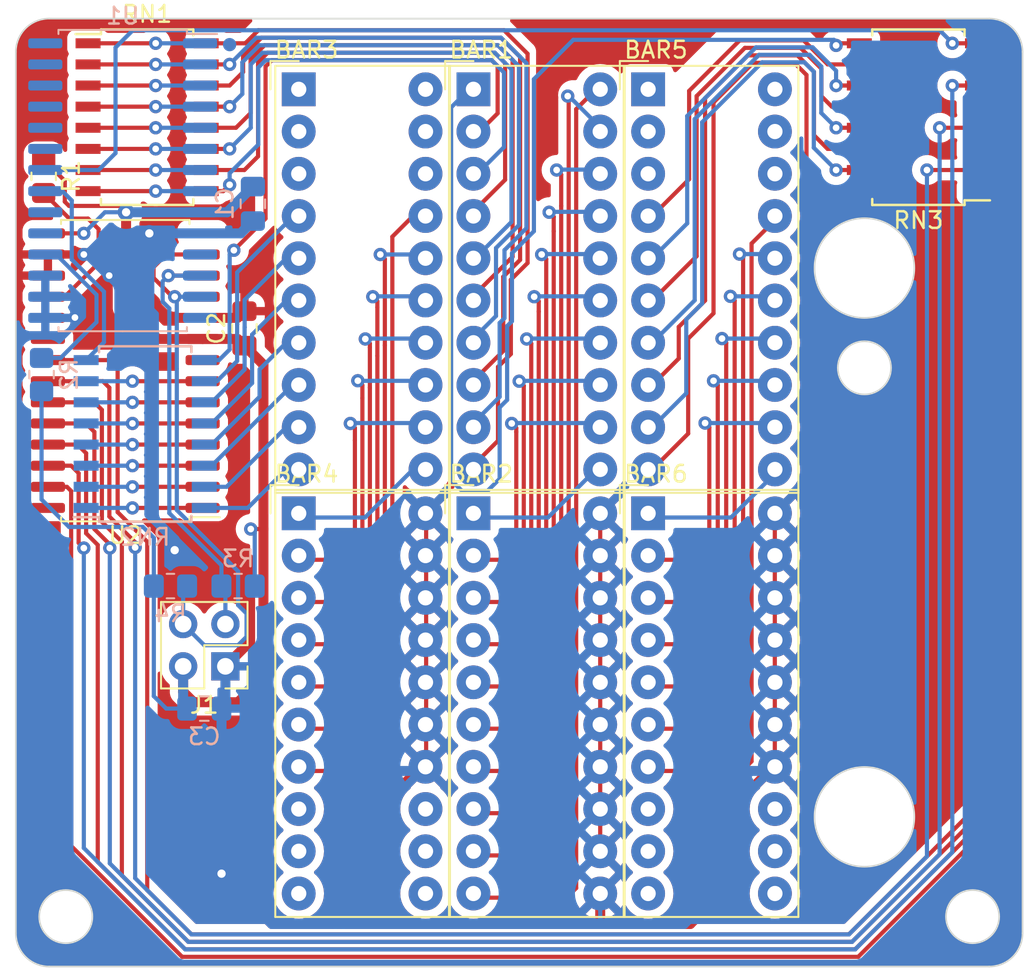
<source format=kicad_pcb>
(kicad_pcb (version 20221018) (generator pcbnew)
  (layers (0 "F.Cu" signal) (31 "B.Cu" signal) (34 "B.Paste" user) (35 "F.Paste" user) (36 "B.SilkS" user "B.Silkscreen") (37 "F.SilkS" user "F.Silkscreen") (38 "B.Mask" user) (39 "F.Mask" user) (44 "Edge.Cuts" user))
  (net 0 "")
  (net 1 "R22")
  (net 2 "R12")
  (net 3 "Net-(RN1-R8.2)")
  (net 4 "Net-(RN1-R7.2)")
  (net 5 "Net-(RN1-R6.2)")
  (net 6 "Net-(RN1-R5.2)")
  (net 7 "Net-(RN1-R4.2)")
  (net 8 "Net-(RN1-R3.2)")
  (net 9 "Net-(RN1-R2.2)")
  (net 10 "Net-(RN1-R1.2)")
  (net 11 "Net-(BAR1-K-Pad11)")
  (net 12 "Net-(BAR1-K-Pad12)")
  (net 13 "Net-(BAR1-K-Pad13)")
  (net 14 "Net-(BAR1-K-Pad14)")
  (net 15 "Net-(BAR1-K-Pad15)")
  (net 16 "Net-(BAR1-K-Pad16)")
  (net 17 "Net-(BAR1-K-Pad17)")
  (net 18 "Net-(BAR1-K-Pad18)")
  (net 19 "Net-(BAR1-K-Pad19)")
  (net 20 "Net-(BAR1-K-Pad20)")
  (net 21 "GND")
  (net 25 "Net-(RN2-R7.2)")
  (net 26 "Net-(RN2-R6.2)")
  (net 27 "Net-(RN2-R5.2)")
  (net 28 "Net-(RN2-R4.2)")
  (net 29 "Net-(RN2-R3.2)")
  (net 30 "Net-(RN2-R2.2)")
  (net 31 "Net-(RN2-R1.2)")
  (net 32 "Net-(BAR3-K-Pad11)")
  (net 33 "Net-(BAR3-K-Pad12)")
  (net 34 "Net-(BAR3-K-Pad13)")
  (net 35 "Net-(BAR3-K-Pad14)")
  (net 36 "Net-(BAR3-K-Pad15)")
  (net 37 "Net-(BAR3-K-Pad16)")
  (net 38 "Net-(BAR3-K-Pad17)")
  (net 51 "Net-(RN3-R7.2)")
  (net 52 "Net-(RN3-R6.2)")
  (net 53 "Net-(RN3-R5.2)")
  (net 54 "Net-(RN3-R4.2)")
  (net 55 "Net-(RN3-R3.2)")
  (net 56 "Net-(RN3-R2.2)")
  (net 57 "Net-(RN3-R1.2)")
  (net 58 "Net-(BAR5-K-Pad11)")
  (net 59 "Net-(BAR5-K-Pad12)")
  (net 60 "Net-(BAR5-K-Pad13)")
  (net 61 "Net-(BAR5-K-Pad14)")
  (net 62 "Net-(BAR5-K-Pad15)")
  (net 63 "Net-(BAR5-K-Pad16)")
  (net 64 "Net-(BAR5-K-Pad17)")
  (net 74 "+5V")
  (net 75 "Net-(J1-Pin_3)")
  (net 76 "Net-(J1-Pin_4)")
  (net 77 "Net-(U2-~{RESET})")
  (net 78 "Net-(U1-~{RESET})")
  (net 79 "Net-(RN1-R1.1)")
  (net 80 "Net-(RN1-R2.1)")
  (net 81 "Net-(RN1-R3.1)")
  (net 82 "Net-(RN1-R4.1)")
  (net 83 "Net-(RN1-R5.1)")
  (net 84 "Net-(RN1-R6.1)")
  (net 85 "Net-(RN1-R7.1)")
  (net 86 "Net-(RN1-R8.1)")
  (net 87 "Net-(RN2-R1.1)")
  (net 88 "Net-(RN2-R2.1)")
  (net 89 "Net-(RN2-R3.1)")
  (net 90 "Net-(RN2-R4.1)")
  (net 91 "Net-(RN2-R5.1)")
  (net 92 "Net-(RN2-R6.1)")
  (net 93 "Net-(RN2-R7.1)")
  (net 94 "R11")
  (net 95 "Net-(RN3-R1.1)")
  (net 96 "Net-(RN3-R2.1)")
  (net 97 "Net-(RN3-R3.1)")
  (net 98 "Net-(RN3-R4.1)")
  (net 99 "Net-(RN3-R5.1)")
  (net 100 "Net-(RN3-R6.1)")
  (net 101 "Net-(RN3-R7.1)")
  (net 102 "R21")
  (footprint "Display:HDSP-4830" (layer "F.Cu") (at 113.5 65.25)
    (fp_text reference "BAR3")
    (fp_text value "HDSP-4830_2")
  )
  (footprint "Connector_PinHeader_2.54mm:PinHeader_2x02_P2.54mm_Vertical" (layer "F.Cu") (at 109.093 99.949 180)
    (fp_text reference "J1")
    (fp_text value "Conn_02x02_Top_Bottom")
  )
  (footprint "Display:HDSP-4830" (layer "F.Cu") (at 134.5 90.75)
    (fp_text reference "BAR6")
    (fp_text value "HDSP-4830_2")
  )
  (footprint "Package_SO:SOIC-16W_5.3x10.2mm_P1.27mm" (layer "F.Cu") (at 104.388 66.929)
    (fp_text reference "RN1")
    (fp_text value "8x 68")
  )
  (footprint "Display:HDSP-4830" (layer "F.Cu") (at 134.5 65.25)
    (fp_text reference "BAR5")
    (fp_text value "HDSP-4830_2")
  )
  (footprint "Package_SO:SOIC-28W_7.5x17.9mm_P1.27mm" (layer "F.Cu") (at 103.075 82.169 180)
    (fp_text reference "U2")
    (fp_text value "MCP23017_SO")
  )
  (footprint "Package_SO:SOIC-16W_5.3x10.2mm_P1.27mm" (layer "F.Cu") (at 150.743 66.929 180)
    (fp_text reference "RN3")
    (fp_text value "8x 68")
  )
  (footprint "Capacitor_SMD:C_0805_2012Metric_Pad1.18x1.45mm_HandSolder" (layer "F.Cu") (at 110.236 79.629 90)
    (fp_text reference "C2")
    (fp_text value "100nF")
  )
  (footprint "Resistor_SMD:R_0805_2012Metric_Pad1.20x1.40mm_HandSolder" (layer "F.Cu") (at 98.171 70.485 -90)
    (fp_text reference "R1")
    (fp_text value "10k")
  )
  (footprint "Display:HDSP-4830" (layer "F.Cu") (at 124 90.75)
    (fp_text reference "BAR2")
    (fp_text value "HDSP-4830_2")
  )
  (footprint "Display:HDSP-4830" (layer "F.Cu") (at 113.5 90.75)
    (fp_text reference "BAR4")
    (fp_text value "HDSP-4830_2")
  )
  (footprint "Display:HDSP-4830" (layer "F.Cu") (at 124 65.25)
    (fp_text reference "BAR1")
    (fp_text value "HDSP-4830_2")
  )
  (footprint "Resistor_SMD:R_0805_2012Metric_Pad1.20x1.40mm_HandSolder" (layer "B.Cu") (at 98.044 82.407 90)
    (fp_text reference "R2")
    (fp_text value "10k")
  )
  (footprint "Package_SO:SOIC-16W_5.3x10.2mm_P1.27mm" (layer "B.Cu") (at 104.273 85.979)
    (fp_text reference "RN2")
    (fp_text value "8x 68")
  )
  (footprint "Package_SO:SOIC-28W_7.5x17.9mm_P1.27mm" (layer "B.Cu") (at 102.919 70.739 180)
    (fp_text reference "U1")
    (fp_text value "MCP23017_SO")
  )
  (footprint "Capacitor_SMD:C_0805_2012Metric_Pad1.18x1.45mm_HandSolder" (layer "B.Cu") (at 107.823 102.489)
    (fp_text reference "C3")
    (fp_text value "10uF")
  )
  (footprint "Resistor_SMD:R_0805_2012Metric_Pad1.20x1.40mm_HandSolder" (layer "B.Cu") (at 109.855 95.123 180)
    (fp_text reference "R3")
    (fp_text value "10k")
  )
  (footprint "Resistor_SMD:R_0805_2012Metric_Pad1.20x1.40mm_HandSolder" (layer "B.Cu") (at 105.791 95.123)
    (fp_text reference "R4")
    (fp_text value "10k")
  )
  (footprint "Capacitor_SMD:C_0805_2012Metric_Pad1.18x1.45mm_HandSolder" (layer "B.Cu") (at 110.744 72.136 -90)
    (fp_text reference "C1")
    (fp_text value "100nF")
  )
  (gr_circle (center 109.347 62.565) (end 109.647 62.565) (stroke (width 0.2)) (fill solid) (layer "B.Cu"))
  (gr_line (start 157 63) (end 157 116) (stroke (width 0.1)) (layer "Edge.Cuts"))
  (gr_arc (start 157 116) (mid 156.414214 117.414214) (end 155 118) (stroke (width 0.1)) (layer "Edge.Cuts"))
  (gr_circle (center 154 115) (end 155.6 115) (stroke (width 0.1)) (fill none) (layer "Edge.Cuts"))
  (gr_line (start 155 118) (end 98.5 118) (stroke (width 0.1)) (layer "Edge.Cuts"))
  (gr_circle (center 147.5 82) (end 149.1 82) (stroke (width 0.1)) (fill none) (layer "Edge.Cuts"))
  (gr_arc (start 96.5 63) (mid 97.085786 61.585786) (end 98.5 61) (stroke (width 0.1)) (layer "Edge.Cuts"))
  (gr_circle (center 147.5 76) (end 150.5 76) (stroke (width 0.1)) (fill none) (layer "Edge.Cuts"))
  (gr_arc (start 98.5 118) (mid 97.085786 117.414214) (end 96.5 116) (stroke (width 0.1)) (layer "Edge.Cuts"))
  (gr_circle (center 147.5 109) (end 150.5 109) (stroke (width 0.1)) (fill none) (layer "Edge.Cuts"))
  (gr_circle (center 99.5 115) (end 101.1 115) (stroke (width 0.1)) (fill none) (layer "Edge.Cuts"))
  (gr_line (start 96.5 116) (end 96.5 63) (stroke (width 0.1)) (layer "Edge.Cuts"))
  (gr_arc (start 155 61) (mid 156.414214 61.585786) (end 157 63) (stroke (width 0.1)) (layer "Edge.Cuts"))
  (gr_line (start 98.5 61) (end 155 61) (stroke (width 0.1)) (layer "Edge.Cuts"))
  (segment (start 145.923 62.484) (end 147.193 62.484) (width 0.25) (layer "F.Cu") (net 1))
  (segment (start 145.796 62.611) (end 145.923 62.484) (width 0.25) (layer "F.Cu") (net 1))
  (via (at 145.796 62.611) (size 0.8) (drill 0.4) (layers "F.Cu" "B.Cu") (net 1))
  (segment (start 123.318 89.409) (end 122.659 88.75) (width 0.25) (layer "B.Cu") (net 1))
  (segment (start 126.0255 79.487292) (end 126.0255 83.930896) (width 0.25) (layer "B.Cu") (net 1))
  (segment (start 145.669 62.277) (end 130.001 62.277) (width 0.25) (layer "B.Cu") (net 1))
  (segment (start 122.659 88.75) (end 122.659 66.341) (width 0.25) (layer "B.Cu") (net 1))
  (segment (start 127.635 73.787) (end 126.316126 75.105874) (width 0.25) (layer "B.Cu") (net 1))
  (segment (start 125.5755 84.380896) (end 125.5755 88.6735) (width 0.25) (layer "B.Cu") (net 1))
  (segment (start 145.796 62.611) (end 145.796 62.404) (width 0.25) (layer "B.Cu") (net 1))
  (segment (start 124.84 89.409) (end 123.318 89.409) (width 0.25) (layer "B.Cu") (net 1))
  (segment (start 126.316126 79.196666) (end 126.0255 79.487292) (width 0.25) (layer "B.Cu") (net 1))
  (segment (start 122.659 66.341) (end 124 65) (width 0.25) (layer "B.Cu") (net 1))
  (segment (start 126.316126 75.105874) (end 126.316126 79.196666) (width 0.25) (layer "B.Cu") (net 1))
  (segment (start 130.001 62.277) (end 127.635 64.643) (width 0.25) (layer "B.Cu") (net 1))
  (segment (start 126.0255 83.930896) (end 125.5755 84.380896) (width 0.25) (layer "B.Cu") (net 1))
  (segment (start 125.5755 88.6735) (end 124.84 89.409) (width 0.25) (layer "B.Cu") (net 1))
  (segment (start 145.796 62.404) (end 145.669 62.277) (width 0.25) (layer "B.Cu") (net 1))
  (segment (start 127.635 64.643) (end 127.635 73.787) (width 0.25) (layer "B.Cu") (net 1))
  (segment (start 109.601 74.93) (end 111.506 73.025) (width 0.25) (layer "F.Cu") (net 2))
  (segment (start 125.454 66.697) (end 124.611 67.54) (width 0.25) (layer "F.Cu") (net 2))
  (segment (start 111.506 63.881) (end 111.887 63.5) (width 0.25) (layer "F.Cu") (net 2))
  (segment (start 111.887 63.5) (end 125.095 63.5) (width 0.25) (layer "F.Cu") (net 2))
  (segment (start 111.506 73.025) (end 111.506 63.881) (width 0.25) (layer "F.Cu") (net 2))
  (segment (start 124.611 67.54) (end 124 67.54) (width 0.25) (layer "F.Cu") (net 2))
  (segment (start 125.095 63.5) (end 125.454 63.859) (width 0.25) (layer "F.Cu") (net 2))
  (segment (start 125.454 63.859) (end 125.454 66.697) (width 0.25) (layer "F.Cu") (net 2))
  (via (at 109.601 74.93) (size 0.8) (drill 0.4) (layers "F.Cu" "B.Cu") (net 2))
  (segment (start 109.601 74.93) (end 109.3495 75.1815) (width 0.25) (layer "B.Cu") (net 2))
  (segment (start 109.347 80.899) (end 109.347 79.19) (width 0.25) (layer "B.Cu") (net 2))
  (segment (start 108.712 81.534) (end 109.347 80.899) (width 0.25) (layer "B.Cu") (net 2))
  (segment (start 109.3495 75.1815) (end 109.3495 79.1875) (width 0.25) (layer "B.Cu") (net 2))
  (segment (start 109.347 79.19) (end 109.3495 79.1875) (width 0.25) (layer "B.Cu") (net 2))
  (segment (start 107.823 81.534) (end 108.712 81.534) (width 0.25) (layer "B.Cu") (net 2))
  (segment (start 109.347 70.993) (end 108.966 71.374) (width 0.25) (layer "F.Cu") (net 3))
  (segment (start 108.966 71.374) (end 107.938 71.374) (width 0.25) (layer "F.Cu") (net 3))
  (via (at 109.347 70.993) (size 0.8) (drill 0.4) (layers "F.Cu" "B.Cu") (net 3))
  (segment (start 125.835 64.24) (end 125.835 68.729) (width 0.25) (layer "B.Cu") (net 3))
  (segment (start 125.095 63.5) (end 125.835 64.24) (width 0.25) (layer "B.Cu") (net 3))
  (segment (start 125.835 68.729) (end 124.484 70.08) (width 0.25) (layer "B.Cu") (net 3))
  (segment (start 109.347 70.993) (end 109.347 70.3) (width 0.25) (layer "B.Cu") (net 3))
  (segment (start 111.510188 63.5) (end 125.095 63.5) (width 0.25) (layer "B.Cu") (net 3))
  (segment (start 111.067 63.943188) (end 111.510188 63.5) (width 0.25) (layer "B.Cu") (net 3))
  (segment (start 124.484 70.08) (end 124 70.08) (width 0.25) (layer "B.Cu") (net 3))
  (segment (start 109.347 70.3) (end 111.067 68.58) (width 0.25) (layer "B.Cu") (net 3))
  (segment (start 111.067 68.58) (end 111.067 63.943188) (width 0.25) (layer "B.Cu") (net 3))
  (segment (start 125.281396 63.05) (end 111.631604 63.05) (width 0.25) (layer "F.Cu") (net 4))
  (segment (start 110.236 70.104) (end 107.938 70.104) (width 0.25) (layer "F.Cu") (net 4))
  (segment (start 111.056 69.284) (end 110.236 70.104) (width 0.25) (layer "F.Cu") (net 4))
  (segment (start 111.056 63.625604) (end 111.056 69.284) (width 0.25) (layer "F.Cu") (net 4))
  (segment (start 125.904 63.672604) (end 125.281396 63.05) (width 0.25) (layer "F.Cu") (net 4))
  (segment (start 124 72.596) (end 125.904 70.692) (width 0.25) (layer "F.Cu") (net 4))
  (segment (start 124 72.62) (end 124 72.596) (width 0.25) (layer "F.Cu") (net 4))
  (segment (start 125.904 70.692) (end 125.904 63.672604) (width 0.25) (layer "F.Cu") (net 4))
  (segment (start 111.631604 63.05) (end 111.056 63.625604) (width 0.25) (layer "F.Cu") (net 4))
  (segment (start 107.938 68.834) (end 109.347 68.834) (width 0.25) (layer "F.Cu") (net 5))
  (via (at 109.347 68.834) (size 0.8) (drill 0.4) (layers "F.Cu" "B.Cu") (net 5))
  (segment (start 109.347 68.834) (end 110.617 67.564) (width 0.25) (layer "B.Cu") (net 5))
  (segment (start 110.617 67.564) (end 110.617 63.756792) (width 0.25) (layer "B.Cu") (net 5))
  (segment (start 124.354208 75.16) (end 124 75.16) (width 0.25) (layer "B.Cu") (net 5))
  (segment (start 126.285 73.229208) (end 124.354208 75.16) (width 0.25) (layer "B.Cu") (net 5))
  (segment (start 126.285 64.053604) (end 126.285 73.229208) (width 0.25) (layer "B.Cu") (net 5))
  (segment (start 110.617 63.756792) (end 111.323792 63.05) (width 0.25) (layer "B.Cu") (net 5))
  (segment (start 125.281396 63.05) (end 126.285 64.053604) (width 0.25) (layer "B.Cu") (net 5))
  (segment (start 111.323792 63.05) (end 125.281396 63.05) (width 0.25) (layer "B.Cu") (net 5))
  (segment (start 124 77.7) (end 124 77.676) (width 0.25) (layer "F.Cu") (net 6))
  (segment (start 125.467792 62.6) (end 111.445208 62.6) (width 0.25) (layer "F.Cu") (net 6))
  (segment (start 124 77.676) (end 126.354 75.322) (width 0.25) (layer "F.Cu") (net 6))
  (segment (start 109.728 67.564) (end 107.938 67.564) (width 0.25) (layer "F.Cu") (net 6))
  (segment (start 111.445208 62.6) (end 110.606 63.439208) (width 0.25) (layer "F.Cu") (net 6))
  (segment (start 126.354 63.486208) (end 125.467792 62.6) (width 0.25) (layer "F.Cu") (net 6))
  (segment (start 110.606 63.439208) (end 110.606 66.686) (width 0.25) (layer "F.Cu") (net 6))
  (segment (start 110.606 66.686) (end 109.728 67.564) (width 0.25) (layer "F.Cu") (net 6))
  (segment (start 126.354 75.322) (end 126.354 63.486208) (width 0.25) (layer "F.Cu") (net 6))
  (segment (start 109.347 66.294) (end 107.938 66.294) (width 0.25) (layer "F.Cu") (net 7))
  (via (at 109.347 66.294) (size 0.8) (drill 0.4) (layers "F.Cu" "B.Cu") (net 7))
  (segment (start 125.357428 74.793176) (end 125.357428 78.882572) (width 0.25) (layer "B.Cu") (net 7))
  (segment (start 125.357428 78.882572) (end 124 80.24) (width 0.25) (layer "B.Cu") (net 7))
  (segment (start 110.109698 63.627698) (end 111.137396 62.6) (width 0.25) (layer "B.Cu") (net 7))
  (segment (start 125.467792 62.6) (end 126.735 63.867208) (width 0.25) (layer "B.Cu") (net 7))
  (segment (start 126.735 63.867208) (end 126.735 73.415604) (width 0.25) (layer "B.Cu") (net 7))
  (segment (start 111.137396 62.6) (end 125.467792 62.6) (width 0.25) (layer "B.Cu") (net 7))
  (segment (start 126.735 73.415604) (end 125.357428 74.793176) (width 0.25) (layer "B.Cu") (net 7))
  (segment (start 109.347 66.294) (end 110.109698 65.531302) (width 0.25) (layer "B.Cu") (net 7))
  (segment (start 110.109698 65.531302) (end 110.109698 63.627698) (width 0.25) (layer "B.Cu") (net 7))
  (segment (start 125.654188 62.15) (end 126.804 63.299812) (width 0.25) (layer "F.Cu") (net 8))
  (segment (start 109.347 65.024) (end 110.156 64.215) (width 0.25) (layer "F.Cu") (net 8))
  (segment (start 125.791 80.989) (end 124 82.78) (width 0.25) (layer "F.Cu") (net 8))
  (segment (start 110.156 64.215) (end 110.156 63.252812) (width 0.25) (layer "F.Cu") (net 8))
  (segment (start 110.156 63.252812) (end 111.258812 62.15) (width 0.25) (layer "F.Cu") (net 8))
  (segment (start 111.258812 62.15) (end 125.654188 62.15) (width 0.25) (layer "F.Cu") (net 8))
  (segment (start 126.804 75.508396) (end 125.791 76.521396) (width 0.25) (layer "F.Cu") (net 8))
  (segment (start 125.791 76.521396) (end 125.791 80.989) (width 0.25) (layer "F.Cu") (net 8))
  (segment (start 107.938 65.024) (end 109.347 65.024) (width 0.25) (layer "F.Cu") (net 8))
  (segment (start 126.804 63.299812) (end 126.804 75.508396) (width 0.25) (layer "F.Cu") (net 8))
  (segment (start 107.938 63.754) (end 109.347 63.754) (width 0.25) (layer "F.Cu") (net 9))
  (via (at 109.347 63.754) (size 0.8) (drill 0.4) (layers "F.Cu" "B.Cu") (net 9))
  (segment (start 127.185 63.680812) (end 127.185 73.602) (width 0.25) (layer "B.Cu") (net 9))
  (segment (start 125.5755 79.300896) (end 125.5755 83.7445) (width 0.25) (layer "B.Cu") (net 9))
  (segment (start 110.951 62.15) (end 125.654188 62.15) (width 0.25) (layer "B.Cu") (net 9))
  (segment (start 109.347 63.754) (end 110.951 62.15) (width 0.25) (layer "B.Cu") (net 9))
  (segment (start 125.5755 83.7445) (end 124 85.32) (width 0.25) (layer "B.Cu") (net 9))
  (segment (start 125.866126 74.920874) (end 125.866126 79.01027) (width 0.25) (layer "B.Cu") (net 9))
  (segment (start 125.654188 62.15) (end 127.185 63.680812) (width 0.25) (layer "B.Cu") (net 9))
  (segment (start 127.185 73.602) (end 125.866126 74.920874) (width 0.25) (layer "B.Cu") (net 9))
  (segment (start 125.866126 79.01027) (end 125.5755 79.300896) (width 0.25) (layer "B.Cu") (net 9))
  (segment (start 127.254 63.113416) (end 125.840584 61.7) (width 0.25) (layer "F.Cu") (net 10))
  (segment (start 125.476 81.940396) (end 126.249 81.167396) (width 0.25) (layer "F.Cu") (net 10))
  (segment (start 125.476 86.384) (end 125.476 81.940396) (width 0.25) (layer "F.Cu") (net 10))
  (segment (start 127.254 75.694792) (end 127.254 63.113416) (width 0.25) (layer "F.Cu") (net 10))
  (segment (start 124 87.86) (end 125.476 86.384) (width 0.25) (layer "F.Cu") (net 10))
  (segment (start 111.072416 61.7) (end 110.288416 62.484) (width 0.25) (layer "F.Cu") (net 10))
  (segment (start 125.840584 61.7) (end 111.072416 61.7) (width 0.25) (layer "F.Cu") (net 10))
  (segment (start 110.288416 62.484) (end 107.938 62.484) (width 0.25) (layer "F.Cu") (net 10))
  (segment (start 126.249 76.699792) (end 127.254 75.694792) (width 0.25) (layer "F.Cu") (net 10))
  (segment (start 126.249 81.167396) (end 126.249 76.699792) (width 0.25) (layer "F.Cu") (net 10))
  (segment (start 128.48 91) (end 131.62 87.86) (width 0.25) (layer "B.Cu") (net 11))
  (segment (start 124 91) (end 128.48 91) (width 0.25) (layer "B.Cu") (net 11))
  (segment (start 126.575 92.964) (end 126.575 85.852) (width 0.25) (layer "F.Cu") (net 12))
  (segment (start 125.999 93.54) (end 126.575 92.964) (width 0.25) (layer "F.Cu") (net 12))
  (segment (start 126.575 85.6185) (end 126.3005 85.344) (width 0.25) (layer "F.Cu") (net 12))
  (segment (start 126.575 85.852) (end 126.575 85.6185) (width 0.25) (layer "F.Cu") (net 12))
  (segment (start 124 93.54) (end 125.999 93.54) (width 0.25) (layer "F.Cu") (net 12))
  (via (at 126.3005 85.344) (size 0.8) (drill 0.4) (layers "F.Cu" "B.Cu") (net 12))
  (segment (start 126.3005 85.344) (end 126.3245 85.32) (width 0.25) (layer "B.Cu") (net 12))
  (segment (start 126.3245 85.32) (end 131.62 85.32) (width 0.25) (layer "B.Cu") (net 12))
  (segment (start 127.025 83.0785) (end 126.7505 82.804) (width 0.25) (layer "F.Cu") (net 13))
  (segment (start 126.449 96.08) (end 127.025 95.504) (width 0.25) (layer "F.Cu") (net 13))
  (segment (start 127.025 95.504) (end 127.025 83.0785) (width 0.25) (layer "F.Cu") (net 13))
  (segment (start 124 96.08) (end 126.449 96.08) (width 0.25) (layer "F.Cu") (net 13))
  (via (at 126.7505 82.804) (size 0.8) (drill 0.4) (layers "F.Cu" "B.Cu") (net 13))
  (segment (start 126.7745 82.78) (end 131.62 82.78) (width 0.25) (layer "B.Cu") (net 13))
  (segment (start 126.7505 82.804) (end 126.7745 82.78) (width 0.25) (layer "B.Cu") (net 13))
  (segment (start 127.475 80.5385) (end 127.2005 80.264) (width 0.25) (layer "F.Cu") (net 14))
  (segment (start 127.026 98.62) (end 127.475 98.171) (width 0.25) (layer "F.Cu") (net 14))
  (segment (start 124 98.62) (end 127.026 98.62) (width 0.25) (layer "F.Cu") (net 14))
  (segment (start 127.475 98.171) (end 127.475 80.5385) (width 0.25) (layer "F.Cu") (net 14))
  (via (at 127.2005 80.264) (size 0.8) (drill 0.4) (layers "F.Cu" "B.Cu") (net 14))
  (segment (start 127.2245 80.24) (end 131.62 80.24) (width 0.25) (layer "B.Cu") (net 14))
  (segment (start 127.2005 80.264) (end 127.2245 80.24) (width 0.25) (layer "B.Cu") (net 14))
  (segment (start 127.925 100.584) (end 127.925 78.613) (width 0.25) (layer "F.Cu") (net 15))
  (segment (start 124 101.16) (end 127.349 101.16) (width 0.25) (layer "F.Cu") (net 15))
  (segment (start 127.925 77.9985) (end 127.6505 77.724) (width 0.25) (layer "F.Cu") (net 15))
  (segment (start 127.349 101.16) (end 127.925 100.584) (width 0.25) (layer "F.Cu") (net 15))
  (segment (start 127.925 78.613) (end 127.925 77.9985) (width 0.25) (layer "F.Cu") (net 15))
  (via (at 127.6505 77.724) (size 0.8) (drill 0.4) (layers "F.Cu" "B.Cu") (net 15))
  (segment (start 127.6505 77.724) (end 127.6745 77.7) (width 0.25) (layer "B.Cu") (net 15))
  (segment (start 127.6745 77.7) (end 131.62 77.7) (width 0.25) (layer "B.Cu") (net 15))
  (segment (start 128.375 103.124) (end 128.375 77.597) (width 0.25) (layer "F.Cu") (net 16))
  (segment (start 128.375 75.4585) (end 128.1005 75.184) (width 0.25) (layer "F.Cu") (net 16))
  (segment (start 124 103.7) (end 127.799 103.7) (width 0.25) (layer "F.Cu") (net 16))
  (segment (start 128.375 77.597) (end 128.375 75.4585) (width 0.25) (layer "F.Cu") (net 16))
  (segment (start 127.799 103.7) (end 128.375 103.124) (width 0.25) (layer "F.Cu") (net 16))
  (via (at 128.1005 75.184) (size 0.8) (drill 0.4) (layers "F.Cu" "B.Cu") (net 16))
  (segment (start 128.1245 75.16) (end 131.62 75.16) (width 0.25) (layer "B.Cu") (net 16))
  (segment (start 128.1005 75.184) (end 128.1245 75.16) (width 0.25) (layer "B.Cu") (net 16))
  (segment (start 124 106.24) (end 128.249 106.24) (width 0.25) (layer "F.Cu") (net 17))
  (segment (start 128.825 105.664) (end 128.825 73.787) (width 0.25) (layer "F.Cu") (net 17))
  (segment (start 128.249 106.24) (end 128.825 105.664) (width 0.25) (layer "F.Cu") (net 17))
  (segment (start 128.825 72.9185) (end 128.5505 72.644) (width 0.25) (layer "F.Cu") (net 17))
  (segment (start 128.825 73.787) (end 128.825 72.9185) (width 0.25) (layer "F.Cu") (net 17))
  (via (at 128.5505 72.644) (size 0.8) (drill 0.4) (layers "F.Cu" "B.Cu") (net 17))
  (segment (start 128.5505 72.644) (end 128.5745 72.62) (width 0.25) (layer "B.Cu") (net 17))
  (segment (start 128.5745 72.62) (end 131.62 72.62) (width 0.25) (layer "B.Cu") (net 17))
  (segment (start 129.275 108.204) (end 129.275 72.263) (width 0.25) (layer "F.Cu") (net 18))
  (segment (start 124 108.78) (end 128.699 108.78) (width 0.25) (layer "F.Cu") (net 18))
  (segment (start 129.275 72.263) (end 129.275 70.3785) (width 0.25) (layer "F.Cu") (net 18))
  (segment (start 128.699 108.78) (end 129.275 108.204) (width 0.25) (layer "F.Cu") (net 18))
  (segment (start 129.275 70.3785) (end 129.0005 70.104) (width 0.25) (layer "F.Cu") (net 18))
  (via (at 129.0005 70.104) (size 0.8) (drill 0.4) (layers "F.Cu" "B.Cu") (net 18))
  (segment (start 129.0005 70.104) (end 129.0245 70.08) (width 0.25) (layer "B.Cu") (net 18))
  (segment (start 129.0245 70.08) (end 131.62 70.08) (width 0.25) (layer "B.Cu") (net 18))
  (segment (start 129.725 65.717) (end 129.725 110.686) (width 0.25) (layer "F.Cu") (net 19))
  (segment (start 129.091 111.32) (end 124 111.32) (width 0.25) (layer "F.Cu") (net 19))
  (segment (start 129.667 65.659) (end 129.725 65.717) (width 0.25) (layer "F.Cu") (net 19))
  (segment (start 129.725 110.686) (end 129.091 111.32) (width 0.25) (layer "F.Cu") (net 19))
  (via (at 129.667 65.659) (size 0.8) (drill 0.4) (layers "F.Cu" "B.Cu") (net 19))
  (segment (start 129.667 65.659) (end 129.739 65.659) (width 0.25) (layer "B.Cu") (net 19))
  (segment (start 131.62 67.54) (end 131.596 67.564) (width 0.25) (layer "B.Cu") (net 19))
  (segment (start 129.739 65.659) (end 131.62 67.54) (width 0.25) (layer "B.Cu") (net 19))
  (segment (start 130.175 113.284) (end 130.175 66.445) (width 0.25) (layer "F.Cu") (net 20))
  (segment (start 129.599 113.86) (end 130.175 113.284) (width 0.25) (layer "F.Cu") (net 20))
  (segment (start 130.175 66.445) (end 131.62 65) (width 0.25) (layer "F.Cu") (net 20))
  (segment (start 124 113.86) (end 129.599 113.86) (width 0.25) (layer "F.Cu") (net 20))
  (segment (start 117.221 113.677) (end 115.697 115.201) (width 0.6) (layer "F.Cu") (net 21))
  (segment (start 121.158 105.702) (end 120.62 106.24) (width 0.25) (layer "F.Cu") (net 21))
  (segment (start 104.15 74.285) (end 104.521 73.914) (width 0.6) (layer "F.Cu") (net 21))
  (segment (start 100.049499 78.973909) (end 100.096091 78.973909) (width 0.25) (layer "F.Cu") (net 21))
  (segment (start 110.579 93.561) (end 110.579 98.463) (width 0.6) (layer "F.Cu") (net 21))
  (segment (start 131.62 96.08) (end 131.62 98.62) (width 0.25) (layer "F.Cu") (net 21))
  (segment (start 105.661207 78.994) (end 104.15 77.482793) (width 0.6) (layer "F.Cu") (net 21))
  (segment (start 100.584 75.184) (end 98.425 75.184) (width 0.25) (layer "F.Cu") (net 21))
  (segment (start 131.62 108.78) (end 131.62 111.32) (width 0.25) (layer "F.Cu") (net 21))
  (segment (start 117.221 109.639) (end 117.221 113.677) (width 0.6) (layer "F.Cu") (net 21))
  (segment (start 100.096091 78.973909) (end 102.108 76.962) (width 0.25) (layer "F.Cu") (net 21))
  (segment (start 131.62 115.122) (end 131.699 115.201) (width 0.25) (layer "F.Cu") (net 21))
  (segment (start 131.62 93.54) (end 131.62 96.08) (width 0.25) (layer "F.Cu") (net 21))
  (segment (start 107.725 78.994) (end 105.661207 78.994) (width 0.6) (layer "F.Cu") (net 21))
  (segment (start 131.62 106.24) (end 131.62 108.78) (width 0.25) (layer "F.Cu") (net 21))
  (segment (start 139.065 108.966) (end 139.065 113.411) (width 0.6) (layer "F.Cu") (net 21))
  (segment (start 142.113 105.733) (end 142.62 106.24) (width 0.25) (layer "F.Cu") (net 21))
  (segment (start 102.108 76.962) (end 102.108 76.454) (width 0.25) (layer "F.Cu") (net 21))
  (segment (start 104.15 77.482793) (end 104.15 74.285) (width 0.6) (layer "F.Cu") (net 21))
  (segment (start 121.158 91.538) (end 121.158 105.702) (width 0.25) (layer "F.Cu") (net 21))
  (segment (start 131.62 91) (end 131.62 93.54) (width 0.25) (layer "F.Cu") (net 21))
  (segment (start 142.62 91) (end 142.113 91.507) (width 0.25) (layer "F.Cu") (net 21))
  (segment (start 142.113 91.507) (end 142.113 105.733) (width 0.25) (layer "F.Cu") (net 21))
  (segment (start 141.791 106.24) (end 139.065 108.966) (width 0.6) (layer "F.Cu") (net 21))
  (segment (start 106.045 92.964) (end 109.982 92.964) (width 0.6) (layer "F.Cu") (net 21))
  (segment (start 131.62 101.16) (end 131.62 103.7) (width 0.25) (layer "F.Cu") (net 21))
  (segment (start 131.62 98.62) (end 131.62 101.16) (width 0.25) (layer "F.Cu") (net 21))
  (segment (start 131.62 113.86) (end 131.62 115.122) (width 0.6) (layer "F.Cu") (net 21))
  (segment (start 120.62 106.24) (end 117.221 109.639) (width 0.6) (layer "F.Cu") (net 21))
  (segment (start 115.455 115.443) (end 111.887 115.443) (width 0.6) (layer "F.Cu") (net 21))
  (segment (start 131.62 103.7) (end 131.62 106.24) (width 0.25) (layer "F.Cu") (net 21))
  (segment (start 137.033 115.443) (end 115.939 115.443) (width 0.6) (layer "F.Cu") (net 21))
  (segment (start 109.8335 78.994) (end 110.236 78.5915) (width 0.25) (layer "F.Cu") (net 21))
  (segment (start 98.425 75.184) (end 98.425 76.454) (width 0.25) (layer "F.Cu") (net 21))
  (segment (start 139.065 113.411) (end 137.033 115.443) (width 0.6) (layer "F.Cu") (net 21))
  (segment (start 115.697 115.201) (end 115.455 115.443) (width 0.6) (layer "F.Cu") (net 21))
  (segment (start 109.982 92.964) (end 110.579 93.561) (width 0.6) (layer "F.Cu") (net 21))
  (segment (start 115.939 115.443) (end 115.455 115.443) (width 0.6) (layer "F.Cu") (net 21))
  (segment (start 107.725 78.994) (end 109.8335 78.994) (width 0.6) (layer "F.Cu") (net 21))
  (segment (start 142.62 106.24) (end 141.791 106.24) (width 0.6) (layer "F.Cu") (net 21))
  (segment (start 120.62 91) (end 121.158 91.538) (width 0.25) (layer "F.Cu") (net 21))
  (segment (start 115.939 115.443) (end 115.697 115.201) (width 0.6) (layer "F.Cu") (net 21))
  (segment (start 111.887 115.443) (end 108.8605 112.4165) (width 0.6) (layer "F.Cu") (net 21))
  (segment (start 110.579 98.463) (end 109.093 99.949) (width 0.6) (layer "F.Cu") (net 21))
  (via (at 104.521 73.914) (size 1) (drill 0.5) (layers "F.Cu" "B.Cu") (net 21))
  (via (at 100.584 75.184) (size 0.8) (drill 0.4) (layers "F.Cu" "B.Cu") (net 21))
  (via (at 108.8605 112.4165) (size 1) (drill 0.5) (layers "F.Cu" "B.Cu") (net 21))
  (via (at 102.108 76.454) (size 0.8) (drill 0.4) (layers "F.Cu" "B.Cu") (net 21))
  (via (at 100.049499 78.973909) (size 0.8) (drill 0.4) (layers "F.Cu" "B.Cu") (net 21))
  (via (at 106.045 92.964) (size 1) (drill 0.5) (layers "F.Cu" "B.Cu") (net 21))
  (segment (start 116.193 115.443) (end 115.951 115.201) (width 0.6) (layer "B.Cu") (net 21))
  (segment (start 102.108 76.454) (end 101.854 76.454) (width 0.25) (layer "B.Cu") (net 21))
  (segment (start 120.62 106.24) (end 118.55 106.24) (width 0.6) (layer "B.Cu") (net 21))
  (segment (start 108.8605 112.4165) (end 108.8605 102.489) (width 0.6) (layer "B.Cu") (net 21))
  (segment (start 104.521 73.914) (end 107.569 73.914) (width 0.6) (layer "B.Cu") (net 21))
  (segment (start 131.62 113.86) (end 131.62 115.122) (width 0.25) (layer "B.Cu") (net 21))
  (segment (start 98.269 76.454) (end 98.269 77.724) (width 0.25) (layer "B.Cu") (net 21))
  (segment (start 109.093 99.949) (end 109.093 102.3835) (width 0.6) (layer "B.Cu") (net 21))
  (segment (start 109.093 102.3835) (end 108.9875 102.489) (width 0.25) (layer "B.Cu") (net 21))
  (segment (start 115.951 115.201) (end 115.709 115.443) (width 0.6) (layer "B.Cu") (net 21))
  (segment (start 115.709 115.443) (end 111.887 115.443) (width 0.6) (layer "B.Cu") (net 21))
  (segment (start 100.584 75.184) (end 101.854 73.914) (width 0.25) (layer "B.Cu") (net 21))
  (segment (start 100.029408 78.994) (end 100.049499 78.973909) (width 0.25) (layer "B.Cu") (net 21))
  (segment (start 104.521 73.914) (end 104.521 79.375) (width 0.6) (layer "B.Cu") (net 21))
  (segment (start 116.193 115.443) (end 115.709 115.443) (width 0.6) (layer "B.Cu") (net 21))
  (segment (start 142.62 106.24) (end 140.648 106.24) (width 0.6) (layer "B.Cu") (net 21))
  (segment (start 104.521 90.805) (end 106.045 92.329) (width 0.6) (layer "B.Cu") (net 21))
  (segment (start 138.938 113.157) (end 136.652 115.443) (width 0.6) (layer "B.Cu") (net 21))
  (segment (start 98.269 78.994) (end 98.269 77.724) (width 0.25) (layer "B.Cu") (net 21))
  (segment (start 106.045 92.329) (end 106.045 92.964) (width 0.6) (layer "B.Cu") (net 21))
  (segment (start 140.648 106.24) (end 138.938 107.95) (width 0.6) (layer "B.Cu") (net 21))
  (segment (start 116.84 114.312) (end 115.951 115.201) (width 0.6) (layer "B.Cu") (net 21))
  (segment (start 101.854 73.914) (end 104.521 73.914) (width 0.25) (layer "B.Cu") (net 21))
  (segment (start 107.569 73.914) (end 110.0035 73.914) (width 0.6) (layer "B.Cu") (net 21))
  (segment (start 138.938 107.95) (end 138.938 113.157) (width 0.6) (layer "B.Cu") (net 21))
  (segment (start 118.55 106.24) (end 116.84 107.95) (width 0.6) (layer "B.Cu") (net 21))
  (segment (start 104.521 79.375) (end 104.521 90.805) (width 0.6) (layer "B.Cu") (net 21))
  (segment (start 111.887 115.443) (end 108.8605 112.4165) (width 0.6) (layer "B.Cu") (net 21))
  (segment (start 98.269 78.994) (end 100.029408 78.994) (width 0.25) (layer "B.Cu") (net 21))
  (segment (start 136.652 115.443) (end 116.193 115.443) (width 0.6) (layer "B.Cu") (net 21))
  (segment (start 131.62 115.122) (end 131.699 115.201) (width 0.25) (layer "B.Cu") (net 21))
  (segment (start 116.84 107.95) (end 116.84 114.312) (width 0.6) (layer "B.Cu") (net 21))
  (segment (start 110.0035 73.914) (end 110.744 73.1735) (width 0.6) (layer "B.Cu") (net 21))
  (segment (start 101.854 76.454) (end 100.584 75.184) (width 0.25) (layer "B.Cu") (net 21))
  (segment (start 108.585 82.804) (end 109.797 81.592) (width 0.25) (layer "B.Cu") (net 25))
  (segment (start 109.797 81.592) (end 109.797 79.376396) (width 0.25) (layer "B.Cu") (net 25))
  (segment (start 113 73.055) (end 113 72.62) (width 0.25) (layer "B.Cu") (net 25))
  (segment (start 109.7995 79.373896) (end 109.7995 76.2555) (width 0.25) (layer "B.Cu") (net 25))
  (segment (start 107.823 82.804) (end 108.585 82.804) (width 0.25) (layer "B.Cu") (net 25))
  (segment (start 109.797 79.376396) (end 109.7995 79.373896) (width 0.25) (layer "B.Cu") (net 25))
  (segment (start 109.7995 76.2555) (end 113 73.055) (width 0.25) (layer "B.Cu") (net 25))
  (segment (start 107.823 84.074) (end 108.273 84.074) (width 0.25) (layer "B.Cu") (net 26))
  (segment (start 110.247 82.1) (end 110.247 79.562792) (width 0.25) (layer "B.Cu") (net 26))
  (segment (start 110.2495 79.560292) (end 110.2495 77.9105) (width 0.25) (layer "B.Cu") (net 26))
  (segment (start 110.2495 77.9105) (end 113 75.16) (width 0.25) (layer "B.Cu") (net 26))
  (segment (start 110.247 79.562792) (end 110.2495 79.560292) (width 0.25) (layer "B.Cu") (net 26))
  (segment (start 108.273 84.074) (end 110.247 82.1) (width 0.25) (layer "B.Cu") (net 26))
  (segment (start 107.823 85.344) (end 108.273 85.344) (width 0.25) (layer "B.Cu") (net 27))
  (segment (start 110.697 80.003) (end 113 77.7) (width 0.25) (layer "B.Cu") (net 27))
  (segment (start 108.273 85.344) (end 110.697 82.92) (width 0.25) (layer "B.Cu") (net 27))
  (segment (start 110.697 82.92) (end 110.697 80.003) (width 0.25) (layer "B.Cu") (net 27))
  (segment (start 111.147 82.093) (end 113 80.24) (width 0.25) (layer "B.Cu") (net 28))
  (segment (start 108.273 86.614) (end 111.147 83.74) (width 0.25) (layer "B.Cu") (net 28))
  (segment (start 111.147 83.74) (end 111.147 82.093) (width 0.25) (layer "B.Cu") (net 28))
  (segment (start 107.823 86.614) (end 108.273 86.614) (width 0.25) (layer "B.Cu") (net 28))
  (segment (start 113 83.157) (end 113 82.78) (width 0.25) (layer "B.Cu") (net 29))
  (segment (start 108.273 87.884) (end 113 83.157) (width 0.25) (layer "B.Cu") (net 29))
  (segment (start 107.823 87.884) (end 108.273 87.884) (width 0.25) (layer "B.Cu") (net 29))
  (segment (start 107.823 89.154) (end 109.166 89.154) (width 0.25) (layer "B.Cu") (net 30))
  (segment (start 109.166 89.154) (end 113 85.32) (width 0.25) (layer "B.Cu") (net 30))
  (segment (start 110.436 90.424) (end 113 87.86) (width 0.25) (layer "B.Cu") (net 31))
  (segment (start 107.823 90.424) (end 110.436 90.424) (width 0.25) (layer "B.Cu") (net 31))
  (segment (start 117.48 91) (end 120.62 87.86) (width 0.25) (layer "B.Cu") (net 32))
  (segment (start 113 91) (end 117.48 91) (width 0.25) (layer "B.Cu") (net 32))
  (segment (start 116.876 85.6185) (end 116.6015 85.344) (width 0.25) (layer "F.Cu") (net 33))
  (segment (start 116.876 89.348604) (end 116.876 86.36) (width 0.25) (layer "F.Cu") (net 33))
  (segment (start 113 93.54) (end 116.264 93.54) (width 0.25) (layer "F.Cu") (net 33))
  (segment (start 116.84 92.964) (end 116.876 92.928) (width 0.25) (layer "F.Cu") (net 33))
  (segment (start 116.264 93.54) (end 116.84 92.964) (width 0.25) (layer "F.Cu") (net 33))
  (segment (start 116.876 92.928) (end 116.876 89.348604) (width 0.25) (layer "F.Cu") (net 33))
  (segment (start 116.876 86.36) (end 116.876 85.6185) (width 0.25) (layer "F.Cu") (net 33))
  (via (at 116.6015 85.344) (size 0.8) (drill 0.4) (layers "F.Cu" "B.Cu") (net 33))
  (segment (start 116.6255 85.32) (end 120.62 85.32) (width 0.25) (layer "B.Cu") (net 33))
  (segment (start 116.6015 85.344) (end 116.6255 85.32) (width 0.25) (layer "B.Cu") (net 33))
  (segment (start 117.326 83.82) (end 117.326 83.049461) (width 0.25) (layer "F.Cu") (net 34))
  (segment (start 117.326 83.049461) (end 117.0515 82.774961) (width 0.25) (layer "F.Cu") (net 34))
  (segment (start 113 96.08) (end 116.877 96.08) (width 0.25) (layer "F.Cu") (net 34))
  (segment (start 117.326 89.535) (end 117.326 83.82) (width 0.25) (layer "F.Cu") (net 34))
  (segment (start 116.877 96.08) (end 117.326 95.631) (width 0.25) (layer "F.Cu") (net 34))
  (segment (start 117.326 95.631) (end 117.326 89.535) (width 0.25) (layer "F.Cu") (net 34))
  (via (at 117.0515 82.774961) (size 0.8) (drill 0.4) (layers "F.Cu" "B.Cu") (net 34))
  (segment (start 117.056539 82.78) (end 120.62 82.78) (width 0.25) (layer "B.Cu") (net 34))
  (segment (start 117.0515 82.774961) (end 117.056539 82.78) (width 0.25) (layer "B.Cu") (net 34))
  (segment (start 117.776 80.5385) (end 117.5015 80.264) (width 0.25) (layer "F.Cu") (net 35))
  (segment (start 117.776 80.772) (end 117.776 80.5385) (width 0.25) (layer "F.Cu") (net 35))
  (segment (start 117.327 98.62) (end 117.776 98.171) (width 0.25) (layer "F.Cu") (net 35))
  (segment (start 117.776 98.171) (end 117.776 83.185) (width 0.25) (layer "F.Cu") (net 35))
  (segment (start 113 98.62) (end 117.327 98.62) (width 0.25) (layer "F.Cu") (net 35))
  (segment (start 117.776 83.185) (end 117.776 80.772) (width 0.25) (layer "F.Cu") (net 35))
  (via (at 117.5015 80.264) (size 0.8) (drill 0.4) (layers "F.Cu" "B.Cu") (net 35))
  (segment (start 117.5015 80.264) (end 117.5255 80.24) (width 0.25) (layer "B.Cu") (net 35))
  (segment (start 117.5255 80.24) (end 120.62 80.24) (width 0.25) (layer "B.Cu") (net 35))
  (segment (start 113 101.16) (end 117.65 101.16) (width 0.25) (layer "F.Cu") (net 36))
  (segment (start 118.226 77.9985) (end 117.9515 77.724) (width 0.25) (layer "F.Cu") (net 36))
  (segment (start 118.226 78.359) (end 118.226 77.9985) (width 0.25) (layer "F.Cu") (net 36))
  (segment (start 117.65 101.16) (end 118.226 100.584) (width 0.25) (layer "F.Cu") (net 36))
  (segment (start 118.226 81.28) (end 118.226 78.359) (width 0.25) (layer "F.Cu") (net 36))
  (segment (start 118.226 100.584) (end 118.226 81.28) (width 0.25) (layer "F.Cu") (net 36))
  (via (at 117.9515 77.724) (size 0.8) (drill 0.4) (layers "F.Cu" "B.Cu") (net 36))
  (segment (start 117.9755 77.7) (end 120.62 77.7) (width 0.25) (layer "B.Cu") (net 36))
  (segment (start 117.9515 77.724) (end 117.9755 77.7) (width 0.25) (layer "B.Cu") (net 36))
  (segment (start 118.676 75.4585) (end 118.4015 75.184) (width 0.25) (layer "F.Cu") (net 37))
  (segment (start 113 103.7) (end 117.973 103.7) (width 0.25) (layer "F.Cu") (net 37))
  (segment (start 117.973 103.7) (end 118.676 102.997) (width 0.25) (layer "F.Cu") (net 37))
  (segment (start 118.676 80.645) (end 118.676 75.4585) (width 0.25) (layer "F.Cu") (net 37))
  (segment (start 118.676 102.997) (end 118.676 80.645) (width 0.25) (layer "F.Cu") (net 37))
  (via (at 118.4015 75.184) (size 0.8) (drill 0.4) (layers "F.Cu" "B.Cu") (net 37))
  (segment (start 118.4015 75.184) (end 120.596 75.184) (width 0.25) (layer "B.Cu") (net 37))
  (segment (start 120.596 75.184) (end 120.62 75.16) (width 0.25) (layer "B.Cu") (net 37))
  (segment (start 118.296 106.24) (end 119.126 105.41) (width 0.25) (layer "F.Cu") (net 38))
  (segment (start 119.126 74.114) (end 120.62 72.62) (width 0.25) (layer "F.Cu") (net 38))
  (segment (start 113 106.24) (end 118.296 106.24) (width 0.25) (layer "F.Cu") (net 38))
  (segment (start 119.126 105.41) (end 119.126 74.114) (width 0.25) (layer "F.Cu") (net 38))
  (segment (start 140.002 62.309) (end 143.847188 62.309) (width 0.25) (layer "F.Cu") (net 51))
  (segment (start 145.292188 63.754) (end 147.193 63.754) (width 0.25) (layer "F.Cu") (net 51))
  (segment (start 136.964 70.656) (end 136.964 65.347) (width 0.25) (layer "F.Cu") (net 51))
  (segment (start 135 72.62) (end 136.964 70.656) (width 0.25) (layer "F.Cu") (net 51))
  (segment (start 136.964 65.347) (end 140.002 62.309) (width 0.25) (layer "F.Cu") (net 51))
  (segment (start 143.847188 62.309) (end 145.292188 63.754) (width 0.25) (layer "F.Cu") (net 51))
  (segment (start 145.796 65.024) (end 147.193 65.024) (width 0.25) (layer "F.Cu") (net 52))
  (via (at 145.796 65.024) (size 0.8) (drill 0.4) (layers "F.Cu" "B.Cu") (net 52))
  (segment (start 140.978208 62.727) (end 136.848 66.857208) (width 0.25) (layer "B.Cu") (net 52))
  (segment (start 136.848 66.857208) (end 136.848 73.312) (width 0.25) (layer "B.Cu") (net 52))
  (segment (start 145.796 64.135) (end 144.388 62.727) (width 0.25) (layer "B.Cu") (net 52))
  (segment (start 145.796 65.024) (end 145.796 64.135) (width 0.25) (layer "B.Cu") (net 52))
  (segment (start 144.388 62.727) (end 140.978208 62.727) (width 0.25) (layer "B.Cu") (net 52))
  (segment (start 136.848 73.312) (end 135 75.16) (width 0.25) (layer "B.Cu") (net 52))
  (segment (start 143.660792 62.759) (end 144.918 64.016208) (width 0.25) (layer "F.Cu") (net 53))
  (segment (start 140.314 62.759) (end 143.660792 62.759) (width 0.25) (layer "F.Cu") (net 53))
  (segment (start 144.918 64.016208) (end 144.918 65.67) (width 0.25) (layer "F.Cu") (net 53))
  (segment (start 137.414 75.286) (end 137.414 65.659) (width 0.25) (layer "F.Cu") (net 53))
  (segment (start 144.918 65.67) (end 145.542 66.294) (width 0.25) (layer "F.Cu") (net 53))
  (segment (start 135 77.7) (end 137.414 75.286) (width 0.25) (layer "F.Cu") (net 53))
  (segment (start 145.542 66.294) (end 147.193 66.294) (width 0.25) (layer "F.Cu") (net 53))
  (segment (start 137.414 65.659) (end 140.314 62.759) (width 0.25) (layer "F.Cu") (net 53))
  (segment (start 145.796 67.564) (end 147.193 67.564) (width 0.25) (layer "F.Cu") (net 54))
  (via (at 145.796 67.564) (size 0.8) (drill 0.4) (layers "F.Cu" "B.Cu") (net 54))
  (segment (start 144.201604 63.177) (end 144.907 63.882396) (width 0.25) (layer "B.Cu") (net 54))
  (segment (start 144.907 63.882396) (end 144.907 66.675) (width 0.25) (layer "B.Cu") (net 54))
  (segment (start 141.164604 63.177) (end 144.201604 63.177) (width 0.25) (layer "B.Cu") (net 54))
  (segment (start 144.907 66.675) (end 145.796 67.564) (width 0.25) (layer "B.Cu") (net 54))
  (segment (start 137.298 77.942) (end 137.298 67.043604) (width 0.25) (layer "B.Cu") (net 54))
  (segment (start 135 80.24) (end 137.298 77.942) (width 0.25) (layer "B.Cu") (net 54))
  (segment (start 137.298 67.043604) (end 141.164604 63.177) (width 0.25) (layer "B.Cu") (net 54))
  (segment (start 145.288 68.834) (end 147.193 68.834) (width 0.25) (layer "F.Cu") (net 55))
  (segment (start 137.922 65.786) (end 140.499 63.209) (width 0.25) (layer "F.Cu") (net 55))
  (segment (start 136.341 81.439) (end 136.341 79.535396) (width 0.25) (layer "F.Cu") (net 55))
  (segment (start 144.468 68.014) (end 145.288 68.834) (width 0.25) (layer "F.Cu") (net 55))
  (segment (start 135 82.78) (end 136.341 81.439) (width 0.25) (layer "F.Cu") (net 55))
  (segment (start 143.474396 63.209) (end 144.468 64.202604) (width 0.25) (layer "F.Cu") (net 55))
  (segment (start 140.499 63.209) (end 143.474396 63.209) (width 0.25) (layer "F.Cu") (net 55))
  (segment (start 136.341 79.535396) (end 137.922 77.954396) (width 0.25) (layer "F.Cu") (net 55))
  (segment (start 137.922 77.954396) (end 137.922 65.786) (width 0.25) (layer "F.Cu") (net 55))
  (segment (start 144.468 64.202604) (end 144.468 68.014) (width 0.25) (layer "F.Cu") (net 55))
  (segment (start 145.796 70.104) (end 147.193 70.104) (width 0.25) (layer "F.Cu") (net 56))
  (via (at 145.796 70.104) (size 0.8) (drill 0.4) (layers "F.Cu" "B.Cu") (net 56))
  (segment (start 137.748 67.23) (end 137.748 78.128396) (width 0.25) (layer "B.Cu") (net 56))
  (segment (start 136.791 83.529) (end 135 85.32) (width 0.25) (layer "B.Cu") (net 56))
  (segment (start 141.351 63.627) (end 137.748 67.23) (width 0.25) (layer "B.Cu") (net 56))
  (segment (start 143.891 63.627) (end 141.351 63.627) (width 0.25) (layer "B.Cu") (net 56))
  (segment (start 136.791 79.085396) (end 136.791 83.529) (width 0.25) (layer "B.Cu") (net 56))
  (segment (start 145.796 70.104) (end 144.457 68.765) (width 0.25) (layer "B.Cu") (net 56))
  (segment (start 144.457 68.765) (end 144.457 64.193) (width 0.25) (layer "B.Cu") (net 56))
  (segment (start 137.748 78.128396) (end 136.791 79.085396) (width 0.25) (layer "B.Cu") (net 56))
  (segment (start 144.457 64.193) (end 143.891 63.627) (width 0.25) (layer "B.Cu") (net 56))
  (segment (start 144.018 70.612) (end 144.78 71.374) (width 0.25) (layer "F.Cu") (net 57))
  (segment (start 144.78 71.374) (end 147.193 71.374) (width 0.25) (layer "F.Cu") (net 57))
  (segment (start 135 87.86) (end 136.906 85.954) (width 0.25) (layer "F.Cu") (net 57))
  (segment (start 138.43 66.04) (end 140.811 63.659) (width 0.25) (layer "F.Cu") (net 57))
  (segment (start 140.811 63.659) (end 143.288 63.659) (width 0.25) (layer "F.Cu") (net 57))
  (segment (start 136.906 80.243188) (end 138.43 78.719188) (width 0.25) (layer "F.Cu") (net 57))
  (segment (start 136.906 85.954) (end 136.906 80.243188) (width 0.25) (layer "F.Cu") (net 57))
  (segment (start 143.288 63.659) (end 144.018 64.389) (width 0.25) (layer "F.Cu") (net 57))
  (segment (start 138.43 78.719188) (end 138.43 66.04) (width 0.25) (layer "F.Cu") (net 57))
  (segment (start 144.018 64.389) (end 144.018 70.612) (width 0.25) (layer "F.Cu") (net 57))
  (segment (start 139.48 91) (end 142.62 87.86) (width 0.25) (layer "B.Cu") (net 58))
  (segment (start 135 91) (end 139.48 91) (width 0.25) (layer "B.Cu") (net 58))
  (segment (start 138.176 85.574) (end 138.176 92.964) (width 0.25) (layer "F.Cu") (net 59))
  (segment (start 138.176 92.964) (end 137.6 93.54) (width 0.25) (layer "F.Cu") (net 59))
  (segment (start 137.6 93.54) (end 135 93.54) (width 0.25) (layer "F.Cu") (net 59))
  (segment (start 137.922 85.32) (end 138.176 85.574) (width 0.25) (layer "F.Cu") (net 59))
  (via (at 137.922 85.32) (size 0.8) (drill 0.4) (layers "F.Cu" "B.Cu") (net 59))
  (segment (start 137.922 85.32) (end 142.62 85.32) (width 0.25) (layer "B.Cu") (net 59))
  (segment (start 138.684 83.034) (end 138.684 95.504) (width 0.25) (layer "F.Cu") (net 60))
  (segment (start 138.108 96.08) (end 135 96.08) (width 0.25) (layer "F.Cu") (net 60))
  (segment (start 138.684 95.504) (end 138.108 96.08) (width 0.25) (layer "F.Cu") (net 60))
  (segment (start 138.43 82.78) (end 138.684 83.034) (width 0.25) (layer "F.Cu") (net 60))
  (via (at 138.43 82.78) (size 0.8) (drill 0.4) (layers "F.Cu" "B.Cu") (net 60))
  (segment (start 138.43 82.78) (end 142.62 82.78) (width 0.25) (layer "B.Cu") (net 60))
  (segment (start 138.7135 98.62) (end 135 98.62) (width 0.25) (layer "F.Cu") (net 61))
  (segment (start 139.192 80.494) (end 139.192 98.1415) (width 0.25) (layer "F.Cu") (net 61))
  (segment (start 139.192 98.1415) (end 138.7135 98.62) (width 0.25) (layer "F.Cu") (net 61))
  (segment (start 138.938 80.24) (end 139.192 80.494) (width 0.25) (layer "F.Cu") (net 61))
  (via (at 138.938 80.24) (size 0.8) (drill 0.4) (layers "F.Cu" "B.Cu") (net 61))
  (segment (start 138.938 80.24) (end 142.62 80.24) (width 0.25) (layer "B.Cu") (net 61))
  (segment (start 139.251 101.16) (end 135 101.16) (width 0.25) (layer "F.Cu") (net 62))
  (segment (start 139.7 77.954) (end 139.7 100.711) (width 0.25) (layer "F.Cu") (net 62))
  (segment (start 139.7 100.711) (end 139.251 101.16) (width 0.25) (layer "F.Cu") (net 62))
  (segment (start 139.446 77.7) (end 139.7 77.954) (width 0.25) (layer "F.Cu") (net 62))
  (via (at 139.446 77.7) (size 0.8) (drill 0.4) (layers "F.Cu" "B.Cu") (net 62))
  (segment (start 139.446 77.7) (end 142.62 77.7) (width 0.25) (layer "B.Cu") (net 62))
  (segment (start 140.208 75.3765) (end 140.208 103.251) (width 0.25) (layer "F.Cu") (net 63))
  (segment (start 140.208 103.251) (end 139.759 103.7) (width 0.25) (layer "F.Cu") (net 63))
  (segment (start 139.759 103.7) (end 135 103.7) (width 0.25) (layer "F.Cu") (net 63))
  (segment (start 139.9915 75.16) (end 140.208 75.3765) (width 0.25) (layer "F.Cu") (net 63))
  (via (at 139.9915 75.16) (size 0.8) (drill 0.4) (layers "F.Cu" "B.Cu") (net 63))
  (segment (start 139.9915 75.16) (end 142.62 75.16) (width 0.25) (layer "B.Cu") (net 63))
  (segment (start 140.14 106.24) (end 140.716 105.664) (width 0.25) (layer "F.Cu") (net 64))
  (segment (start 140.716 105.664) (end 140.716 74.524) (width 0.25) (layer "F.Cu") (net 64))
  (segment (start 135 106.24) (end 140.14 106.24) (width 0.25) (layer "F.Cu") (net 64))
  (segment (start 140.716 74.524) (end 142.62 72.62) (width 0.25) (layer "F.Cu") (net 64))
  (segment (start 99.695 72.263) (end 102.743 72.263) (width 0.25) (layer "F.Cu") (net 74))
  (segment (start 98.171 69.485) (end 99.441 70.755) (width 0.25) (layer "F.Cu") (net 74))
  (segment (start 111.379 81.8095) (end 111.379 91.694) (width 0.6) (layer "F.Cu") (net 74))
  (segment (start 105.029 80.264) (end 107.725 80.264) (width 0.6) (layer "F.Cu") (net 74))
  (segment (start 104.5845 79.8195) (end 105.029 80.264) (width 0.6) (layer "F.Cu") (net 74))
  (segment (start 100.584 73.914) (end 98.425 73.914) (width 0.25) (layer "F.Cu") (net 74))
  (segment (start 99.441 72.009) (end 99.695 72.263) (width 0.25) (layer "F.Cu") (net 74))
  (segment (start 103.124 72.644) (end 103.124 78.359) (width 0.6) (layer "F.Cu") (net 74))
  (segment (start 107.725 80.264) (end 109.8335 80.264) (width 0.6) (layer "F.Cu") (net 74))
  (segment (start 109.8335 80.264) (end 110.236 80.6665) (width 0.25) (layer "F.Cu") (net 74))
  (segment (start 110.236 80.6665) (end 111.379 81.8095) (width 0.6) (layer "F.Cu") (net 74))
  (segment (start 110.617 91.694) (end 111.379 91.694) (width 0.25) (layer "F.Cu") (net 74))
  (segment (start 99.441 70.755) (end 99.441 72.009) (width 0.25) (layer "F.Cu") (net 74))
  (segment (start 107.188 102.108) (end 106.553 101.473) (width 0.6) (layer "F.Cu") (net 74))
  (segment (start 109.855 102.108) (end 107.188 102.108) (width 0.6) (layer "F.Cu") (net 74))
  (segment (start 103.124 78.359) (end 104.5845 79.8195) (width 0.6) (layer "F.Cu") (net 74))
  (segment (start 111.379 91.694) (end 111.379 100.584) (width 0.6) (layer "F.Cu") (net 74))
  (segment (start 111.379 100.584) (end 109.855 102.108) (width 0.6) (layer "F.Cu") (net 74))
  (segment (start 102.743 72.263) (end 103.124 72.644) (width 0.25) (layer "F.Cu") (net 74))
  (segment (start 106.553 101.473) (end 106.553 99.949) (width 0.6) (layer "F.Cu") (net 74))
  (via (at 100.584 73.914) (size 0.8) (drill 0.4) (layers "F.Cu" "B.Cu") (net 74))
  (via (at 103.124 72.644) (size 1) (drill 0.5) (layers "F.Cu" "B.Cu") (net 74))
  (via (at 110.617 91.694) (size 0.8) (drill 0.4) (layers "F.Cu" "B.Cu") (net 74))
  (segment (start 110.855 91.932) (end 110.617 91.694) (width 0.25) (layer "B.Cu") (net 74))
  (segment (start 104.791 101.743) (end 105.537 102.489) (width 0.25) (layer "B.Cu") (net 74))
  (segment (start 101.854 72.644) (end 100.584 73.914) (width 0.25) (layer "B.Cu") (net 74))
  (segment (start 104.791 95.123) (end 104.791 101.743) (width 0.25) (layer "B.Cu") (net 74))
  (segment (start 98.044 89.916) (end 98.044 83.407) (width 0.25) (layer "B.Cu") (net 74))
  (segment (start 104.791 95.123) (end 104.791 92.345) (width 0.25) (layer "B.Cu") (net 74))
  (segment (start 105.537 102.489) (end 106.7855 102.489) (width 0.25) (layer "B.Cu") (net 74))
  (segment (start 99.695 91.567) (end 98.044 89.916) (width 0.25) (layer "B.Cu") (net 74))
  (segment (start 104.791 92.345) (end 104.791 92.218) (width 0.25) (layer "B.Cu") (net 74))
  (segment (start 106.553 102.1295) (end 106.9125 102.489) (width 0.25) (layer "B.Cu") (net 74))
  (segment (start 107.569 72.644) (end 109.1985 72.644) (width 0.6) (layer "B.Cu") (net 74))
  (segment (start 110.5115 71.0985) (end 110.744 71.0985) (width 0.25) (layer "B.Cu") (net 74))
  (segment (start 104.14 91.567) (end 99.695 91.567) (width 0.25) (layer "B.Cu") (net 74))
  (segment (start 104.791 92.218) (end 104.14 91.567) (width 0.25) (layer "B.Cu") (net 74))
  (segment (start 110.855 95.123) (end 110.855 91.932) (width 0.25) (layer "B.Cu") (net 74))
  (segment (start 103.124 72.644) (end 107.569 72.644) (width 0.6) (layer "B.Cu") (net 74))
  (segment (start 109.1985 72.644) (end 110.744 71.0985) (width 0.6) (layer "B.Cu") (net 74))
  (segment (start 103.124 72.644) (end 101.854 72.644) (width 0.25) (layer "B.Cu") (net 74))
  (segment (start 106.553 99.949) (end 106.553 102.1295) (width 0.6) (layer "B.Cu") (net 74))
  (segment (start 105.664 76.454) (end 107.725 76.454) (width 0.25) (layer "F.Cu") (net 75))
  (via (at 105.664 76.454) (size 0.8) (drill 0.4) (layers "F.Cu" "B.Cu") (net 75))
  (segment (start 108.855 95.123) (end 108.855 93.870396) (width 0.25) (layer "B.Cu") (net 75))
  (segment (start 108.855 93.870396) (end 105.722 90.737396) (width 0.25) (layer "B.Cu") (net 75))
  (segment (start 105.722 78.426305) (end 105.32 78.024305) (width 0.25) (layer "B.Cu") (net 75))
  (segment (start 109.093 95.361) (end 108.855 95.123) (width 0.25) (layer "B.Cu") (net 75))
  (segment (start 105.722 90.737396) (end 105.722 78.426305) (width 0.25) (layer "B.Cu") (net 75))
  (segment (start 109.093 97.409) (end 109.093 95.361) (width 0.25) (layer "B.Cu") (net 75))
  (segment (start 105.32 78.024305) (end 105.32 76.798) (width 0.25) (layer "B.Cu") (net 75))
  (segment (start 106.553 76.454) (end 107.569 76.454) (width 0.25) (layer "B.Cu") (net 75))
  (segment (start 107.569 76.454) (end 105.664 76.454) (width 0.25) (layer "B.Cu") (net 75))
  (segment (start 105.32 76.798) (end 105.664 76.454) (width 0.25) (layer "B.Cu") (net 75))
  (segment (start 104.775 76.590305) (end 104.775 75.946) (width 0.25) (layer "F.Cu") (net 76))
  (segment (start 104.775 75.946) (end 105.537 75.184) (width 0.25) (layer "F.Cu") (net 76))
  (segment (start 105.537 75.184) (end 107.725 75.184) (width 0.25) (layer "F.Cu") (net 76))
  (segment (start 105.908695 77.724) (end 104.775 76.590305) (width 0.25) (layer "F.Cu") (net 76))
  (segment (start 106.045 77.724) (end 105.908695 77.724) (width 0.25) (layer "F.Cu") (net 76))
  (via (at 106.045 77.724) (size 0.8) (drill 0.4) (layers "F.Cu" "B.Cu") (net 76))
  (segment (start 107.569 77.724) (end 106.544001 77.724) (width 0.25) (layer "B.Cu") (net 76))
  (segment (start 106.553 97.409) (end 106.553 95.361) (width 0.25) (layer "B.Cu") (net 76))
  (segment (start 106.172 90.551) (end 109.855 94.234) (width 0.25) (layer "B.Cu") (net 76))
  (segment (start 109.855 94.234) (end 109.855 96.266) (width 0.25) (layer "B.Cu") (net 76))
  (segment (start 109.855 96.266) (end 110.363 96.774) (width 0.25) (layer "B.Cu") (net 76))
  (segment (start 106.172 77.851) (end 106.172 90.551) (width 0.25) (layer "B.Cu") (net 76))
  (segment (start 107.823 98.679) (end 106.553 97.409) (width 0.25) (layer "B.Cu") (net 76))
  (segment (start 109.855 98.679) (end 107.823 98.679) (width 0.25) (layer "B.Cu") (net 76))
  (segment (start 106.553 95.361) (end 106.791 95.123) (width 0.25) (layer "B.Cu") (net 76))
  (segment (start 107.569 77.724) (end 106.045 77.724) (width 0.25) (layer "B.Cu") (net 76))
  (segment (start 110.363 96.774) (end 110.363 98.171) (width 0.25) (layer "B.Cu") (net 76))
  (segment (start 106.045 77.724) (end 106.172 77.851) (width 0.25) (layer "B.Cu") (net 76))
  (segment (start 110.363 98.171) (end 109.855 98.679) (width 0.25) (layer "B.Cu") (net 76))
  (segment (start 99.711 73.025) (end 100.838 73.025) (width 0.25) (layer "F.Cu") (net 77))
  (segment (start 98.171 71.485) (end 99.711 73.025) (width 0.25) (layer "F.Cu") (net 77))
  (segment (start 99.441 77.724) (end 98.425 77.724) (width 0.25) (layer "F.Cu") (net 77))
  (segment (start 101.473 75.692) (end 99.441 77.724) (width 0.25) (layer "F.Cu") (net 77))
  (segment (start 100.838 73.025) (end 101.473 73.66) (width 0.25) (layer "F.Cu") (net 77))
  (segment (start 101.473 73.66) (end 101.473 75.692) (width 0.25) (layer "F.Cu") (net 77))
  (segment (start 98.269 75.184) (end 98.922299 75.184) (width 0.25) (layer "B.Cu") (net 78))
  (segment (start 101.346 79.248) (end 99.187 81.407) (width 0.25) (layer "B.Cu") (net 78))
  (segment (start 101.346 77.607701) (end 101.346 79.248) (width 0.25) (layer "B.Cu") (net 78))
  (segment (start 98.922299 75.184) (end 101.346 77.607701) (width 0.25) (layer "B.Cu") (net 78))
  (segment (start 99.187 81.407) (end 98.044 81.407) (width 0.25) (layer "B.Cu") (net 78))
  (segment (start 100.838 62.484) (end 104.902 62.484) (width 0.25) (layer "F.Cu") (net 79))
  (via (at 104.902 62.484) (size 0.8) (drill 0.4) (layers "F.Cu" "B.Cu") (net 79))
  (segment (start 104.902 62.484) (end 107.569 62.484) (width 0.25) (layer "B.Cu") (net 79))
  (segment (start 100.838 63.754) (end 104.902 63.754) (width 0.25) (layer "F.Cu") (net 80))
  (via (at 104.902 63.754) (size 0.8) (drill 0.4) (layers "F.Cu" "B.Cu") (net 80))
  (segment (start 104.902 63.754) (end 107.569 63.754) (width 0.25) (layer "B.Cu") (net 80))
  (segment (start 100.838 65.024) (end 104.902 65.024) (width 0.25) (layer "F.Cu") (net 81))
  (via (at 104.902 65.024) (size 0.8) (drill 0.4) (layers "F.Cu" "B.Cu") (net 81))
  (segment (start 104.902 65.024) (end 107.569 65.024) (width 0.25) (layer "B.Cu") (net 81))
  (segment (start 100.838 66.294) (end 104.902 66.294) (width 0.25) (layer "F.Cu") (net 82))
  (via (at 104.902 66.294) (size 0.8) (drill 0.4) (layers "F.Cu" "B.Cu") (net 82))
  (segment (start 104.902 66.294) (end 107.569 66.294) (width 0.25) (layer "B.Cu") (net 82))
  (segment (start 100.838 67.564) (end 104.902 67.564) (width 0.25) (layer "F.Cu") (net 83))
  (via (at 104.902 67.564) (size 0.8) (drill 0.4) (layers "F.Cu" "B.Cu") (net 83))
  (segment (start 104.902 67.564) (end 107.569 67.564) (width 0.25) (layer "B.Cu") (net 83))
  (segment (start 100.838 68.834) (end 104.902 68.834) (width 0.25) (layer "F.Cu") (net 84))
  (via (at 104.902 68.834) (size 0.8) (drill 0.4) (layers "F.Cu" "B.Cu") (net 84))
  (segment (start 104.902 68.834) (end 107.569 68.834) (width 0.25) (layer "B.Cu") (net 84))
  (segment (start 100.838 70.104) (end 104.902 70.104) (width 0.25) (layer "F.Cu") (net 85))
  (via (at 104.902 70.104) (size 0.8) (drill 0.4) (layers "F.Cu" "B.Cu") (net 85))
  (segment (start 104.902 70.104) (end 107.569 70.104) (width 0.25) (layer "B.Cu") (net 85))
  (segment (start 100.838 71.374) (end 104.902 71.374) (width 0.25) (layer "F.Cu") (net 86))
  (via (at 104.902 71.374) (size 0.8) (drill 0.4) (layers "F.Cu" "B.Cu") (net 86))
  (segment (start 104.902 71.374) (end 107.569 71.374) (width 0.25) (layer "B.Cu") (net 86))
  (segment (start 103.505 90.424) (end 107.725 90.424) (width 0.25) (layer "F.Cu") (net 87))
  (via (at 103.505 90.424) (size 0.8) (drill 0.4) (layers "F.Cu" "B.Cu") (net 87))
  (segment (start 100.723 90.424) (end 103.505 90.424) (width 0.25) (layer "B.Cu") (net 87))
  (segment (start 103.505 89.154) (end 107.725 89.154) (width 0.25) (layer "F.Cu") (net 88))
  (via (at 103.505 89.154) (size 0.8) (drill 0.4) (layers "F.Cu" "B.Cu") (net 88))
  (segment (start 100.723 89.154) (end 103.505 89.154) (width 0.25) (layer "B.Cu") (net 88))
  (segment (start 103.505 87.884) (end 107.725 87.884) (width 0.25) (layer "F.Cu") (net 89))
  (via (at 103.505 87.884) (size 0.8) (drill 0.4) (layers "F.Cu" "B.Cu") (net 89))
  (segment (start 100.723 87.884) (end 103.505 87.884) (width 0.25) (layer "B.Cu") (net 89))
  (segment (start 103.505 86.614) (end 107.725 86.614) (width 0.25) (layer "F.Cu") (net 90))
  (via (at 103.505 86.614) (size 0.8) (drill 0.4) (layers "F.Cu" "B.Cu") (net 90))
  (segment (start 100.723 86.614) (end 103.505 86.614) (width 0.25) (layer "B.Cu") (net 90))
  (segment (start 103.505 85.344) (end 107.725 85.344) (width 0.25) (layer "F.Cu") (net 91))
  (via (at 103.505 85.344) (size 0.8) (drill 0.4) (layers "F.Cu" "B.Cu") (net 91))
  (segment (start 100.723 85.344) (end 103.505 85.344) (width 0.25) (layer "B.Cu") (net 91))
  (segment (start 103.505 84.074) (end 107.725 84.074) (width 0.25) (layer "F.Cu") (net 92))
  (via (at 103.505 84.074) (size 0.8) (drill 0.4) (layers "F.Cu" "B.Cu") (net 92))
  (segment (start 100.723 84.074) (end 103.505 84.074) (width 0.25) (layer "B.Cu") (net 92))
  (segment (start 103.505 82.804) (end 107.725 82.804) (width 0.25) (layer "F.Cu") (net 93))
  (via (at 103.505 82.804) (size 0.8) (drill 0.4) (layers "F.Cu" "B.Cu") (net 93))
  (segment (start 100.723 82.804) (end 103.505 82.804) (width 0.25) (layer "B.Cu") (net 93))
  (segment (start 101.796 80.461) (end 101.796 77.421305) (width 0.25) (layer "B.Cu") (net 94))
  (segment (start 100.723 81.534) (end 101.796 80.461) (width 0.25) (layer "B.Cu") (net 94))
  (segment (start 99.859 71.939001) (end 99.293999 71.374) (width 0.25) (layer "B.Cu") (net 94))
  (segment (start 99.859 75.484305) (end 99.859 71.939001) (width 0.25) (layer "B.Cu") (net 94))
  (segment (start 99.293999 71.374) (end 98.269 71.374) (width 0.25) (layer "B.Cu") (net 94))
  (segment (start 101.796 77.421305) (end 99.859 75.484305) (width 0.25) (layer "B.Cu") (net 94))
  (segment (start 102.616 82.042) (end 102.108 81.534) (width 0.25) (layer "F.Cu") (net 95))
  (segment (start 102.108 81.534) (end 98.425 81.534) (width 0.25) (layer "F.Cu") (net 95))
  (segment (start 154.293 108.343) (end 146.568 116.068) (width 0.25) (layer "F.Cu") (net 95))
  (segment (start 154.293 71.374) (end 154.293 108.343) (width 0.25) (layer "F.Cu") (net 95))
  (segment (start 146.568 116.068) (end 107.051 116.068) (width 0.25) (layer "F.Cu") (net 95))
  (segment (start 107.051 116.068) (end 104.394 113.411) (width 0.25) (layer "F.Cu") (net 95))
  (segment (start 102.616 90.678) (end 102.616 82.042) (width 0.25) (layer "F.Cu") (net 95))
  (segment (start 104.394 113.411) (end 104.394 92.456) (width 0.25) (layer "F.Cu") (net 95))
  (segment (start 104.394 92.456) (end 102.616 90.678) (width 0.25) (layer "F.Cu") (net 95))
  (segment (start 103.669077 92.798987) (end 103.669077 92.493077) (width 0.25) (layer "F.Cu") (net 96))
  (segment (start 101.727 82.804) (end 98.425 82.804) (width 0.25) (layer "F.Cu") (net 96))
  (segment (start 154.293 70.104) (end 151.257 70.104) (width 0.25) (layer "F.Cu") (net 96))
  (segment (start 102.119 83.196) (end 101.727 82.804) (width 0.25) (layer "F.Cu") (net 96))
  (segment (start 102.119 90.943) (end 102.119 83.196) (width 0.25) (layer "F.Cu") (net 96))
  (segment (start 103.669077 92.493077) (end 102.119 90.943) (width 0.25) (layer "F.Cu") (net 96))
  (via (at 103.669077 92.798987) (size 0.8) (drill 0.4) (layers "F.Cu" "B.Cu") (net 96))
  (via (at 151.257 70.104) (size 0.8) (drill 0.4) (layers "F.Cu" "B.Cu") (net 96))
  (segment (start 103.6695 112.6865) (end 103.6695 92.79941) (width 0.25) (layer "B.Cu") (net 96))
  (segment (start 107.051 116.068) (end 103.6695 112.6865) (width 0.25) (layer "B.Cu") (net 96))
  (segment (start 103.6695 92.79941) (end 103.669077 92.798987) (width 0.25) (layer "B.Cu") (net 96))
  (segment (start 151.257 70.104) (end 151.257 111.379) (width 0.25) (layer "B.Cu") (net 96))
  (segment (start 151.257 111.379) (end 146.568 116.068) (width 0.25) (layer "B.Cu") (net 96))
  (segment (start 146.568 116.068) (end 107.051 116.068) (width 0.25) (layer "B.Cu") (net 96))
  (segment (start 102.87 92.456) (end 101.669 91.255) (width 0.25) (layer "F.Cu") (net 97))
  (segment (start 155.448 69.215) (end 155.448 107.824396) (width 0.25) (layer "F.Cu") (net 97))
  (segment (start 146.754396 116.518) (end 106.864604 116.518) (width 0.25) (layer "F.Cu") (net 97))
  (segment (start 155.067 68.834) (end 155.448 69.215) (width 0.25) (layer "F.Cu") (net 97))
  (segment (start 102.87 112.523396) (end 102.87 92.456) (width 0.25) (layer "F.Cu") (net 97))
  (segment (start 101.669 84.524) (end 101.219 84.074) (width 0.25) (layer "F.Cu") (net 97))
  (segment (start 101.669 91.255) (end 101.669 84.524) (width 0.25) (layer "F.Cu") (net 97))
  (segment (start 155.448 107.824396) (end 146.754396 116.518) (width 0.25) (layer "F.Cu") (net 97))
  (segment (start 106.864604 116.518) (end 102.87 112.523396) (width 0.25) (layer "F.Cu") (net 97))
  (segment (start 154.293 68.834) (end 155.067 68.834) (width 0.25) (layer "F.Cu") (net 97))
  (segment (start 101.219 84.074) (end 98.425 84.074) (width 0.25) (layer "F.Cu") (net 97))
  (segment (start 101.219 85.852) (end 100.711 85.344) (width 0.25) (layer "F.Cu") (net 98))
  (segment (start 102.145077 92.620077) (end 101.219 91.694) (width 0.25) (layer "F.Cu") (net 98))
  (segment (start 100.711 85.344) (end 98.425 85.344) (width 0.25) (layer "F.Cu") (net 98))
  (segment (start 154.293 67.564) (end 152.019 67.564) (width 0.25) (layer "F.Cu") (net 98))
  (segment (start 102.145077 92.836487) (end 102.145077 92.620077) (width 0.25) (layer "F.Cu") (net 98))
  (segment (start 101.219 91.694) (end 101.219 85.852) (width 0.25) (layer "F.Cu") (net 98))
  (via (at 152.019 67.564) (size 0.8) (drill 0.4) (layers "F.Cu" "B.Cu") (net 98))
  (via (at 102.145077 92.836487) (size 0.8) (drill 0.4) (layers "F.Cu" "B.Cu") (net 98))
  (segment (start 152.019 67.564) (end 152.019 111.253396) (width 0.25) (layer "B.Cu") (net 98))
  (segment (start 106.864604 116.518) (end 102.145077 111.798473) (width 0.25) (layer "B.Cu") (net 98))
  (segment (start 152.019 111.253396) (end 146.754396 116.518) (width 0.25) (layer "B.Cu") (net 98))
  (segment (start 146.754396 116.518) (end 106.864604 116.518) (width 0.25) (layer "B.Cu") (net 98))
  (segment (start 102.145077 111.798473) (end 102.145077 92.836487) (width 0.25) (layer "B.Cu") (net 98))
  (segment (start 155.898 108.010792) (end 146.940792 116.968) (width 0.25) (layer "F.Cu") (net 99))
  (segment (start 100.722 87.133) (end 100.203 86.614) (width 0.25) (layer "F.Cu") (net 99))
  (segment (start 155.321 66.294) (end 155.898 66.871) (width 0.25) (layer "F.Cu") (net 99))
  (segment (start 101.4205 111.710292) (end 101.4205 92.648195) (width 0.25) (layer "F.Cu") (net 99))
  (segment (start 106.678208 116.968) (end 101.4205 111.710292) (width 0.25) (layer "F.Cu") (net 99))
  (segment (start 100.722 91.949695) (end 100.722 87.133) (width 0.25) (layer "F.Cu") (net 99))
  (segment (start 154.293 66.294) (end 155.321 66.294) (width 0.25) (layer "F.Cu") (net 99))
  (segment (start 146.940792 116.968) (end 106.678208 116.968) (width 0.25) (layer "F.Cu") (net 99))
  (segment (start 100.203 86.614) (end 98.425 86.614) (width 0.25) (layer "F.Cu") (net 99))
  (segment (start 101.4205 92.648195) (end 100.722 91.949695) (width 0.25) (layer "F.Cu") (net 99))
  (segment (start 155.898 66.871) (end 155.898 108.010792) (width 0.25) (layer "F.Cu") (net 99))
  (segment (start 100.272 88.334) (end 99.822 87.884) (width 0.25) (layer "F.Cu") (net 100))
  (segment (start 154.293 65.024) (end 152.781 65.024) (width 0.25) (layer "F.Cu") (net 100))
  (segment (start 99.822 87.884) (end 98.425 87.884) (width 0.25) (layer "F.Cu") (net 100))
  (segment (start 100.272 92.525) (end 100.272 88.334) (width 0.25) (layer "F.Cu") (net 100))
  (segment (start 100.584 92.837) (end 100.272 92.525) (width 0.25) (layer "F.Cu") (net 100))
  (via (at 100.584 92.837) (size 0.8) (drill 0.4) (layers "F.Cu" "B.Cu") (net 100))
  (via (at 152.781 65.024) (size 0.8) (drill 0.4) (layers "F.Cu" "B.Cu") (net 100))
  (segment (start 106.678208 116.968) (end 100.584 110.873792) (width 0.25) (layer "B.Cu") (net 100))
  (segment (start 100.584 110.873792) (end 100.584 92.837) (width 0.25) (layer "B.Cu") (net 100))
  (segment (start 146.940792 116.968) (end 106.678208 116.968) (width 0.25) (layer "B.Cu") (net 100))
  (segment (start 152.781 111.127792) (end 146.940792 116.968) (width 0.25) (layer "B.Cu") (net 100))
  (segment (start 152.781 65.024) (end 152.781 111.127792) (width 0.25) (layer "B.Cu") (net 100))
  (segment (start 99.822 89.408) (end 99.822 110.748188) (width 0.25) (layer "F.Cu") (net 101))
  (segment (start 155.575 63.754) (end 154.293 63.754) (width 0.25) (layer "F.Cu") (net 101))
  (segment (start 106.491812 117.418) (end 147.127188 117.418) (width 0.25) (layer "F.Cu") (net 101))
  (segment (start 156.348 108.197188) (end 156.348 64.527) (width 0.25) (layer "F.Cu") (net 101))
  (segment (start 98.425 89.154) (end 99.568 89.154) (width 0.25) (layer "F.Cu") (net 101))
  (segment (start 156.348 64.527) (end 155.575 63.754) (width 0.25) (layer "F.Cu") (net 101))
  (segment (start 99.568 89.154) (end 99.822 89.408) (width 0.25) (layer "F.Cu") (net 101))
  (segment (start 99.822 110.748188) (end 106.491812 117.418) (width 0.25) (layer "F.Cu") (net 101))
  (segment (start 147.127188 117.418) (end 156.348 108.197188) (width 0.25) (layer "F.Cu") (net 101))
  (segment (start 154.293 62.484) (end 152.781 62.484) (width 0.25) (layer "F.Cu") (net 102))
  (via (at 152.781 62.484) (size 0.8) (drill 0.4) (layers "F.Cu" "B.Cu") (net 102))
  (segment (start 152.781 62.462) (end 152.019 61.7) (width 0.25) (layer "B.Cu") (net 102))
  (segment (start 102.489 62.738) (end 102.489 69.088) (width 0.25) (layer "B.Cu") (net 102))
  (segment (start 152.781 62.484) (end 152.781 62.462) (width 0.25) (layer "B.Cu") (net 102))
  (segment (start 152.019 61.7) (end 103.527 61.7) (width 0.25) (layer "B.Cu") (net 102))
  (segment (start 101.473 70.104) (end 98.269 70.104) (width 0.25) (layer "B.Cu") (net 102))
  (segment (start 103.527 61.7) (end 102.489 62.738) (width 0.25) (layer "B.Cu") (net 102))
  (segment (start 102.489 69.088) (end 101.473 70.104) (width 0.25) (layer "B.Cu") (net 102))
  (zone (net 21) (net_name "GND") (layers "F&B.Cu") (connect_pads (clearance 0.5)) (min_thickness 0.25) (fill yes (thermal_gap 0.5) (thermal_bridge_width 0.5))
    (polygon (pts (xy 96.393 60.96) (xy 157.099 60.96) (xy 157.099 117.983) (xy 96.393 118.11)))
  )
)
</source>
